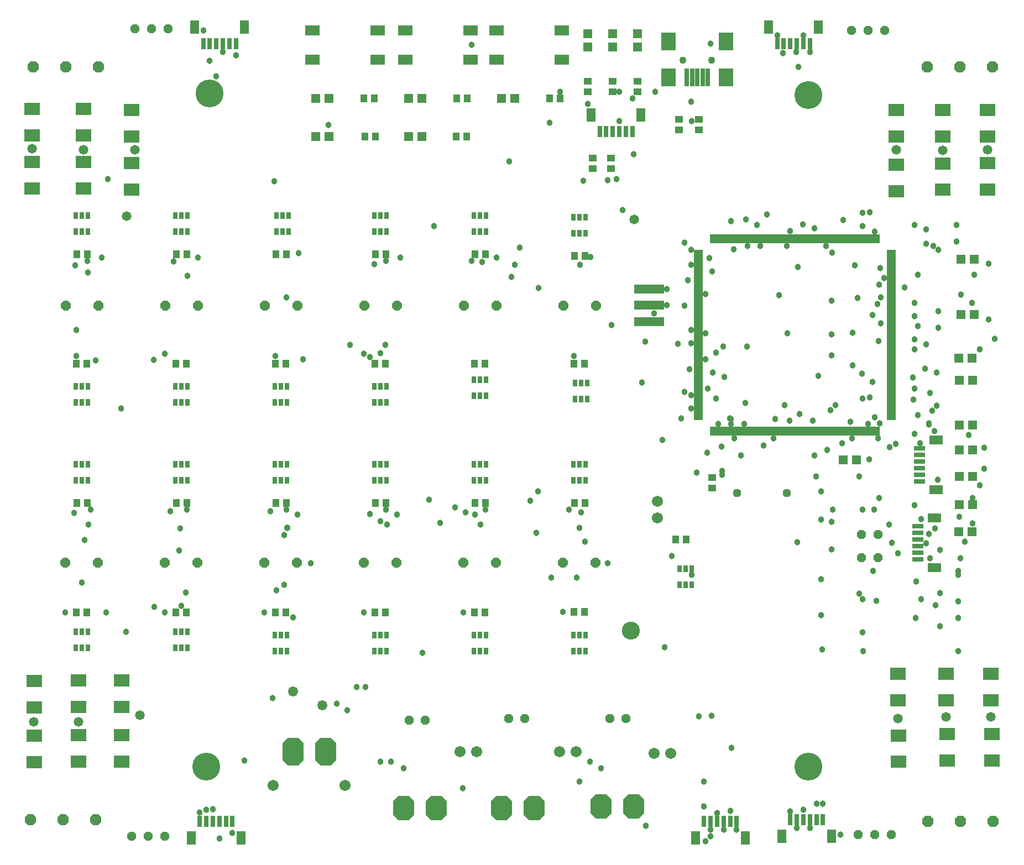
<source format=gts>
G04 Layer_Color=8388736*
%FSAX25Y25*%
%MOIN*%
G70*
G01*
G75*
%ADD53R,0.07887X0.05524*%
%ADD54R,0.07099X0.03162*%
%ADD55R,0.05524X0.07887*%
%ADD56R,0.03162X0.07099*%
%ADD57R,0.05800X0.05300*%
%ADD58R,0.04600X0.03900*%
%ADD59R,0.03900X0.04600*%
%ADD60R,0.09304X0.07808*%
%ADD61R,0.09068X0.06312*%
%ADD62R,0.18123X0.05524*%
%ADD63R,0.05300X0.05800*%
%ADD64R,0.08674X0.10642*%
%ADD65R,0.02769X0.10642*%
%ADD66R,0.02965X0.03950*%
%ADD67R,0.01981X0.05524*%
%ADD68R,0.05524X0.01981*%
%ADD69P,0.06065X8X202.5*%
%ADD70C,0.06706*%
%ADD71P,0.05737X8X202.5*%
%ADD72P,0.06278X8X177.5*%
G04:AMPARAMS|DCode=73|XSize=126.11mil|YSize=165.48mil|CornerRadius=0mil|HoleSize=0mil|Usage=FLASHONLY|Rotation=180.000|XOffset=0mil|YOffset=0mil|HoleType=Round|Shape=Octagon|*
%AMOCTAGOND73*
4,1,8,0.03153,-0.08274,-0.03153,-0.08274,-0.06306,-0.05121,-0.06306,0.05121,-0.03153,0.08274,0.03153,0.08274,0.06306,0.05121,0.06306,-0.05121,0.03153,-0.08274,0.0*
%
%ADD73OCTAGOND73*%

%ADD74P,0.05127X8X202.5*%
%ADD75C,0.04343*%
%ADD76P,0.06278X8X22.5*%
%ADD77P,0.07258X8X22.5*%
G04:AMPARAMS|DCode=78|XSize=126.11mil|YSize=145.79mil|CornerRadius=0mil|HoleSize=0mil|Usage=FLASHONLY|Rotation=0.000|XOffset=0mil|YOffset=0mil|HoleType=Round|Shape=Octagon|*
%AMOCTAGOND78*
4,1,8,-0.03153,0.07290,0.03153,0.07290,0.06306,0.04137,0.06306,-0.04137,0.03153,-0.07290,-0.03153,-0.07290,-0.06306,-0.04137,-0.06306,0.04137,-0.03153,0.07290,0.0*
%
%ADD78OCTAGOND78*%

%ADD79C,0.03800*%
%ADD80C,0.05800*%
%ADD81C,0.10800*%
%ADD82C,0.16800*%
D53*
X0656000Y0315000D02*
D03*
Y0344921D02*
D03*
X0655000Y0268000D02*
D03*
Y0297921D02*
D03*
D54*
X0645961Y0339803D02*
D03*
Y0335866D02*
D03*
Y0331929D02*
D03*
Y0327992D02*
D03*
Y0324055D02*
D03*
Y0320118D02*
D03*
X0644961Y0292803D02*
D03*
Y0288866D02*
D03*
Y0284929D02*
D03*
Y0280992D02*
D03*
Y0277055D02*
D03*
Y0273118D02*
D03*
D55*
X0478000Y0541000D02*
D03*
X0448079D02*
D03*
X0239000Y0594000D02*
D03*
X0209079D02*
D03*
X0555079D02*
D03*
X0585000D02*
D03*
X0207000Y0105000D02*
D03*
X0236921D02*
D03*
X0592921Y0106000D02*
D03*
X0563000D02*
D03*
X0511000Y0105000D02*
D03*
X0540921D02*
D03*
D56*
X0453197Y0530961D02*
D03*
X0457134D02*
D03*
X0461071D02*
D03*
X0465008D02*
D03*
X0468945D02*
D03*
X0472882D02*
D03*
X0214197Y0583961D02*
D03*
X0218134D02*
D03*
X0222071D02*
D03*
X0226008D02*
D03*
X0229945D02*
D03*
X0233882D02*
D03*
X0579882D02*
D03*
X0575945D02*
D03*
X0572008D02*
D03*
X0568071D02*
D03*
X0564134D02*
D03*
X0560197D02*
D03*
X0231803Y0115039D02*
D03*
X0227866D02*
D03*
X0223929D02*
D03*
X0219992D02*
D03*
X0216055D02*
D03*
X0212118D02*
D03*
X0568118Y0116039D02*
D03*
X0572055D02*
D03*
X0575992D02*
D03*
X0579929D02*
D03*
X0583866D02*
D03*
X0587803D02*
D03*
X0535803Y0115039D02*
D03*
X0531866D02*
D03*
X0527929D02*
D03*
X0523992D02*
D03*
X0520055D02*
D03*
X0516118D02*
D03*
D57*
X0346000Y0528000D02*
D03*
X0338000D02*
D03*
X0290000D02*
D03*
X0282000D02*
D03*
X0670858Y0420722D02*
D03*
X0678858D02*
D03*
X0394000Y0551000D02*
D03*
X0402000D02*
D03*
X0338000D02*
D03*
X0346000D02*
D03*
X0600000Y0333000D02*
D03*
X0608000D02*
D03*
X0282000Y0551000D02*
D03*
X0290000D02*
D03*
X0669795Y0289635D02*
D03*
X0677795D02*
D03*
X0670000Y0306000D02*
D03*
X0678000D02*
D03*
X0670000Y0323000D02*
D03*
X0678000D02*
D03*
X0670000Y0339000D02*
D03*
X0678000D02*
D03*
X0670000Y0354000D02*
D03*
X0678000D02*
D03*
X0670000Y0381000D02*
D03*
X0678000D02*
D03*
X0669795Y0394351D02*
D03*
X0677795D02*
D03*
X0671000Y0454000D02*
D03*
X0679000D02*
D03*
D58*
X0460000Y0508700D02*
D03*
Y0515000D02*
D03*
X0449000Y0508700D02*
D03*
Y0515000D02*
D03*
X0476000Y0555000D02*
D03*
Y0561300D02*
D03*
X0461000Y0555000D02*
D03*
Y0561300D02*
D03*
X0446000Y0555000D02*
D03*
Y0561300D02*
D03*
X0501000Y0532000D02*
D03*
Y0538300D02*
D03*
X0513000Y0532000D02*
D03*
Y0538300D02*
D03*
X0521000Y0316000D02*
D03*
Y0322300D02*
D03*
D59*
X0366700Y0528000D02*
D03*
X0373000D02*
D03*
X0311700D02*
D03*
X0318000D02*
D03*
X0499000Y0285000D02*
D03*
X0505300D02*
D03*
X0258000Y0307000D02*
D03*
X0264300D02*
D03*
X0324000Y0391000D02*
D03*
X0317700D02*
D03*
X0384000D02*
D03*
X0377700D02*
D03*
X0444000D02*
D03*
X0437700D02*
D03*
X0318000Y0457000D02*
D03*
X0324300D02*
D03*
X0378000D02*
D03*
X0384300D02*
D03*
X0438000Y0456000D02*
D03*
X0444300D02*
D03*
X0138000Y0457000D02*
D03*
X0144300D02*
D03*
X0204000Y0391000D02*
D03*
X0197700D02*
D03*
X0264000D02*
D03*
X0257700D02*
D03*
X0144000D02*
D03*
X0137700D02*
D03*
X0198000Y0457000D02*
D03*
X0204300D02*
D03*
X0258000D02*
D03*
X0264300D02*
D03*
X0423000Y0551000D02*
D03*
X0429300D02*
D03*
X0367000D02*
D03*
X0373300D02*
D03*
X0324000Y0241000D02*
D03*
X0317700D02*
D03*
X0384000D02*
D03*
X0377700D02*
D03*
X0444000Y0241228D02*
D03*
X0437700D02*
D03*
X0311000Y0551000D02*
D03*
X0317300D02*
D03*
X0318000Y0307000D02*
D03*
X0324300D02*
D03*
X0378000D02*
D03*
X0384300D02*
D03*
X0438000D02*
D03*
X0444300D02*
D03*
X0144000Y0241000D02*
D03*
X0137700D02*
D03*
X0204000D02*
D03*
X0197700D02*
D03*
X0264000D02*
D03*
X0257700D02*
D03*
X0138000Y0307000D02*
D03*
X0144300D02*
D03*
X0198000D02*
D03*
X0204300D02*
D03*
D60*
X0112213Y0166602D02*
D03*
Y0150657D02*
D03*
Y0199602D02*
D03*
Y0183657D02*
D03*
X0142000Y0544500D02*
D03*
Y0528555D02*
D03*
X0111000Y0544500D02*
D03*
Y0528555D02*
D03*
Y0512500D02*
D03*
Y0496555D02*
D03*
X0142000Y0512500D02*
D03*
Y0496555D02*
D03*
X0171000Y0511945D02*
D03*
Y0496000D02*
D03*
Y0543945D02*
D03*
Y0528000D02*
D03*
X0659819Y0543949D02*
D03*
Y0528004D02*
D03*
X0632000Y0544000D02*
D03*
Y0528055D02*
D03*
Y0511000D02*
D03*
Y0495055D02*
D03*
X0660000Y0511768D02*
D03*
Y0495823D02*
D03*
X0687000Y0512000D02*
D03*
Y0496055D02*
D03*
Y0544000D02*
D03*
Y0528055D02*
D03*
X0688981Y0187886D02*
D03*
Y0203831D02*
D03*
X0661981Y0187886D02*
D03*
Y0203831D02*
D03*
X0633000Y0188000D02*
D03*
Y0203945D02*
D03*
X0689611Y0151615D02*
D03*
Y0167559D02*
D03*
X0662709Y0151536D02*
D03*
Y0167481D02*
D03*
X0633362Y0150807D02*
D03*
Y0166752D02*
D03*
X0139000Y0166945D02*
D03*
Y0151000D02*
D03*
Y0199945D02*
D03*
Y0184000D02*
D03*
X0165000Y0199945D02*
D03*
Y0184000D02*
D03*
Y0166945D02*
D03*
Y0151000D02*
D03*
D61*
X0430370Y0574283D02*
D03*
X0391000D02*
D03*
X0430370Y0592000D02*
D03*
X0391000D02*
D03*
X0336000D02*
D03*
X0375370D02*
D03*
X0336000Y0574283D02*
D03*
X0375370D02*
D03*
X0319370D02*
D03*
X0280000D02*
D03*
X0319370Y0592000D02*
D03*
X0280000D02*
D03*
D62*
X0483000Y0436000D02*
D03*
Y0426157D02*
D03*
Y0416315D02*
D03*
D63*
X0476000Y0590000D02*
D03*
Y0582000D02*
D03*
X0461000Y0590000D02*
D03*
Y0582000D02*
D03*
X0446000Y0590000D02*
D03*
Y0582000D02*
D03*
D64*
X0529323Y0585398D02*
D03*
X0494677D02*
D03*
X0529323Y0563744D02*
D03*
X0494677D02*
D03*
D65*
X0518299D02*
D03*
X0505701D02*
D03*
X0512000D02*
D03*
X0515150D02*
D03*
X0508850D02*
D03*
D66*
X0377260Y0320772D02*
D03*
Y0330220D02*
D03*
X0384740Y0320772D02*
D03*
Y0330220D02*
D03*
X0381000Y0320772D02*
D03*
Y0330220D02*
D03*
X0137260Y0470772D02*
D03*
Y0480220D02*
D03*
X0144740Y0470772D02*
D03*
Y0480220D02*
D03*
X0141000Y0470772D02*
D03*
Y0480220D02*
D03*
X0438260Y0369772D02*
D03*
Y0379220D02*
D03*
X0445740Y0369772D02*
D03*
Y0379220D02*
D03*
X0442000Y0369772D02*
D03*
Y0379220D02*
D03*
X0317260Y0320772D02*
D03*
Y0330220D02*
D03*
X0324740Y0320772D02*
D03*
Y0330220D02*
D03*
X0321000Y0320772D02*
D03*
Y0330220D02*
D03*
X0258260Y0470772D02*
D03*
Y0480220D02*
D03*
X0265740Y0470772D02*
D03*
Y0480220D02*
D03*
X0262000Y0470772D02*
D03*
Y0480220D02*
D03*
X0377260Y0371772D02*
D03*
Y0381220D02*
D03*
X0384740Y0371772D02*
D03*
Y0381220D02*
D03*
X0381000Y0371772D02*
D03*
Y0381220D02*
D03*
X0257260Y0217772D02*
D03*
Y0227220D02*
D03*
X0264740Y0217772D02*
D03*
Y0227220D02*
D03*
X0261000Y0217772D02*
D03*
Y0227220D02*
D03*
X0197260Y0470772D02*
D03*
Y0480220D02*
D03*
X0204740Y0470772D02*
D03*
Y0480220D02*
D03*
X0201000Y0470772D02*
D03*
Y0480220D02*
D03*
X0317260Y0367772D02*
D03*
Y0377220D02*
D03*
X0324740Y0367772D02*
D03*
Y0377220D02*
D03*
X0321000Y0367772D02*
D03*
Y0377220D02*
D03*
X0197260Y0219772D02*
D03*
Y0229220D02*
D03*
X0204740Y0219772D02*
D03*
Y0229220D02*
D03*
X0201000Y0219772D02*
D03*
Y0229220D02*
D03*
X0137260Y0367772D02*
D03*
Y0377220D02*
D03*
X0144740Y0367772D02*
D03*
Y0377220D02*
D03*
X0141000Y0367772D02*
D03*
Y0377220D02*
D03*
X0437260Y0469772D02*
D03*
Y0479220D02*
D03*
X0444740Y0469772D02*
D03*
Y0479220D02*
D03*
X0441000Y0469772D02*
D03*
Y0479220D02*
D03*
X0137260Y0219772D02*
D03*
Y0229220D02*
D03*
X0144740Y0219772D02*
D03*
Y0229220D02*
D03*
X0141000Y0219772D02*
D03*
Y0229220D02*
D03*
X0437260Y0217772D02*
D03*
Y0227220D02*
D03*
X0444740Y0217772D02*
D03*
Y0227220D02*
D03*
X0441000Y0217772D02*
D03*
Y0227220D02*
D03*
X0377260Y0470772D02*
D03*
Y0480220D02*
D03*
X0384740Y0470772D02*
D03*
Y0480220D02*
D03*
X0381000Y0470772D02*
D03*
Y0480220D02*
D03*
X0257260Y0320772D02*
D03*
Y0330220D02*
D03*
X0264740Y0320772D02*
D03*
Y0330220D02*
D03*
X0261000Y0320772D02*
D03*
Y0330220D02*
D03*
X0317260Y0470772D02*
D03*
Y0480220D02*
D03*
X0324740Y0470772D02*
D03*
Y0480220D02*
D03*
X0321000Y0470772D02*
D03*
Y0480220D02*
D03*
X0197260Y0320772D02*
D03*
Y0330220D02*
D03*
X0204740Y0320772D02*
D03*
Y0330220D02*
D03*
X0201000Y0320772D02*
D03*
Y0330220D02*
D03*
X0317260Y0217772D02*
D03*
Y0227220D02*
D03*
X0324740Y0217772D02*
D03*
Y0227220D02*
D03*
X0321000Y0217772D02*
D03*
Y0227220D02*
D03*
X0257260Y0367772D02*
D03*
Y0377220D02*
D03*
X0264740Y0367772D02*
D03*
Y0377220D02*
D03*
X0261000Y0367772D02*
D03*
Y0377220D02*
D03*
X0137260Y0320772D02*
D03*
Y0330220D02*
D03*
X0144740Y0320772D02*
D03*
Y0330220D02*
D03*
X0141000Y0320772D02*
D03*
Y0330220D02*
D03*
X0437260Y0320772D02*
D03*
Y0330220D02*
D03*
X0444740Y0320772D02*
D03*
Y0330220D02*
D03*
X0441000Y0320772D02*
D03*
Y0330220D02*
D03*
X0197260Y0367772D02*
D03*
Y0377220D02*
D03*
X0204740Y0367772D02*
D03*
Y0377220D02*
D03*
X0201000Y0367772D02*
D03*
Y0377220D02*
D03*
X0501260Y0257772D02*
D03*
Y0267220D02*
D03*
X0508740Y0257772D02*
D03*
Y0267220D02*
D03*
X0505000Y0257772D02*
D03*
Y0267220D02*
D03*
X0377260Y0217772D02*
D03*
Y0227220D02*
D03*
X0384740Y0217772D02*
D03*
Y0227220D02*
D03*
X0381000Y0217772D02*
D03*
Y0227220D02*
D03*
D67*
X0520591Y0466362D02*
D03*
X0522559D02*
D03*
X0524528D02*
D03*
X0526496D02*
D03*
X0528465D02*
D03*
X0530433D02*
D03*
X0532402D02*
D03*
X0534370D02*
D03*
X0536339D02*
D03*
X0538307D02*
D03*
X0540276D02*
D03*
X0542244D02*
D03*
X0544213D02*
D03*
X0546181D02*
D03*
X0548150D02*
D03*
X0550118D02*
D03*
X0552087D02*
D03*
X0554055D02*
D03*
X0556024D02*
D03*
X0557992D02*
D03*
X0559961D02*
D03*
X0561929D02*
D03*
X0563898D02*
D03*
X0565866D02*
D03*
X0567835D02*
D03*
X0569803D02*
D03*
X0571772D02*
D03*
X0573740D02*
D03*
X0575709D02*
D03*
X0577677D02*
D03*
X0579646D02*
D03*
X0581614D02*
D03*
X0583583D02*
D03*
X0585551D02*
D03*
X0587520D02*
D03*
X0589488D02*
D03*
X0591457D02*
D03*
X0593425D02*
D03*
X0595394D02*
D03*
X0597362D02*
D03*
X0599331D02*
D03*
X0601299D02*
D03*
X0603268D02*
D03*
X0605236D02*
D03*
X0607205D02*
D03*
X0609173D02*
D03*
X0611142D02*
D03*
X0613110D02*
D03*
X0615079D02*
D03*
X0617047D02*
D03*
X0619016D02*
D03*
X0620984D02*
D03*
Y0350220D02*
D03*
X0619016D02*
D03*
X0617047D02*
D03*
X0615079D02*
D03*
X0613110D02*
D03*
X0611142D02*
D03*
X0609173D02*
D03*
X0607205D02*
D03*
X0605236D02*
D03*
X0603268D02*
D03*
X0601299D02*
D03*
X0599331D02*
D03*
X0597362D02*
D03*
X0595394D02*
D03*
X0593425D02*
D03*
X0591457D02*
D03*
X0589488D02*
D03*
X0587520D02*
D03*
X0585551D02*
D03*
X0583583D02*
D03*
X0581614D02*
D03*
X0579646D02*
D03*
X0577677D02*
D03*
X0575709D02*
D03*
X0573740D02*
D03*
X0571772D02*
D03*
X0569803D02*
D03*
X0567835D02*
D03*
X0565866D02*
D03*
X0563898D02*
D03*
X0561929D02*
D03*
X0559961D02*
D03*
X0557992D02*
D03*
X0556024D02*
D03*
X0554055D02*
D03*
X0552087D02*
D03*
X0550118D02*
D03*
X0548150D02*
D03*
X0546181D02*
D03*
X0544213D02*
D03*
X0542244D02*
D03*
X0540276D02*
D03*
X0538307D02*
D03*
X0536339D02*
D03*
X0534370D02*
D03*
X0532402D02*
D03*
X0530433D02*
D03*
X0528465D02*
D03*
X0526496D02*
D03*
X0524528D02*
D03*
X0522559D02*
D03*
X0520591D02*
D03*
D68*
X0628858Y0458488D02*
D03*
Y0456520D02*
D03*
Y0454551D02*
D03*
Y0452583D02*
D03*
Y0450614D02*
D03*
Y0448646D02*
D03*
Y0446677D02*
D03*
Y0444709D02*
D03*
Y0442740D02*
D03*
Y0440772D02*
D03*
Y0438803D02*
D03*
Y0436835D02*
D03*
Y0434866D02*
D03*
Y0432898D02*
D03*
Y0430929D02*
D03*
Y0428961D02*
D03*
Y0426992D02*
D03*
Y0425024D02*
D03*
Y0423055D02*
D03*
Y0421087D02*
D03*
Y0419118D02*
D03*
Y0417150D02*
D03*
Y0415181D02*
D03*
Y0413213D02*
D03*
Y0411244D02*
D03*
Y0409276D02*
D03*
Y0407307D02*
D03*
Y0405339D02*
D03*
Y0403370D02*
D03*
Y0401402D02*
D03*
Y0399433D02*
D03*
Y0397465D02*
D03*
Y0395496D02*
D03*
Y0393528D02*
D03*
Y0391559D02*
D03*
Y0389591D02*
D03*
Y0387622D02*
D03*
Y0385654D02*
D03*
Y0383685D02*
D03*
Y0381717D02*
D03*
Y0379748D02*
D03*
Y0377780D02*
D03*
Y0375811D02*
D03*
Y0373843D02*
D03*
Y0371874D02*
D03*
Y0369906D02*
D03*
Y0367937D02*
D03*
Y0365969D02*
D03*
Y0364000D02*
D03*
Y0362032D02*
D03*
Y0360063D02*
D03*
Y0358094D02*
D03*
X0512717D02*
D03*
Y0360063D02*
D03*
Y0362032D02*
D03*
Y0364000D02*
D03*
Y0365969D02*
D03*
Y0367937D02*
D03*
Y0369906D02*
D03*
Y0371874D02*
D03*
Y0373843D02*
D03*
Y0375811D02*
D03*
Y0377780D02*
D03*
Y0379748D02*
D03*
Y0381717D02*
D03*
Y0383685D02*
D03*
Y0385654D02*
D03*
Y0387622D02*
D03*
Y0389591D02*
D03*
Y0391559D02*
D03*
Y0393528D02*
D03*
Y0395496D02*
D03*
Y0397465D02*
D03*
Y0399433D02*
D03*
Y0401402D02*
D03*
Y0403370D02*
D03*
Y0405339D02*
D03*
Y0407307D02*
D03*
Y0409276D02*
D03*
Y0411244D02*
D03*
Y0413213D02*
D03*
Y0415181D02*
D03*
Y0417150D02*
D03*
Y0419118D02*
D03*
Y0421087D02*
D03*
Y0423055D02*
D03*
Y0425024D02*
D03*
Y0426992D02*
D03*
Y0428961D02*
D03*
Y0430929D02*
D03*
Y0432898D02*
D03*
Y0434866D02*
D03*
Y0436835D02*
D03*
Y0438803D02*
D03*
Y0440772D02*
D03*
Y0442740D02*
D03*
Y0444709D02*
D03*
Y0446677D02*
D03*
Y0448646D02*
D03*
Y0450614D02*
D03*
Y0452583D02*
D03*
Y0454551D02*
D03*
Y0456520D02*
D03*
Y0458488D02*
D03*
D69*
X0621000Y0288000D02*
D03*
X0611000D02*
D03*
X0621000Y0274000D02*
D03*
X0611000D02*
D03*
X0193000Y0593000D02*
D03*
X0183000D02*
D03*
X0173000D02*
D03*
X0605000Y0592000D02*
D03*
X0615000D02*
D03*
X0625000D02*
D03*
X0191000Y0106000D02*
D03*
X0181000D02*
D03*
X0171000D02*
D03*
X0609000Y0107000D02*
D03*
X0619000D02*
D03*
X0629000D02*
D03*
D70*
X0488000Y0308000D02*
D03*
Y0298000D02*
D03*
X0379000Y0157000D02*
D03*
X0369000D02*
D03*
X0439000D02*
D03*
X0429000D02*
D03*
X0496000Y0156000D02*
D03*
X0486000D02*
D03*
X0299654Y0136528D02*
D03*
X0256346D02*
D03*
D71*
X0338157Y0176000D02*
D03*
X0348000D02*
D03*
X0408000Y0177000D02*
D03*
X0398157D02*
D03*
X0459157D02*
D03*
X0469000D02*
D03*
D72*
X0286000Y0185000D02*
D03*
X0268159Y0193319D02*
D03*
D73*
X0268157Y0157000D02*
D03*
X0287843D02*
D03*
D74*
X0536000Y0313000D02*
D03*
X0565921D02*
D03*
D75*
X0520661Y0573980D02*
D03*
X0503339D02*
D03*
D76*
X0330685Y0271000D02*
D03*
X0311000D02*
D03*
X0390685D02*
D03*
X0371000D02*
D03*
X0450685D02*
D03*
X0431000D02*
D03*
X0311315Y0426000D02*
D03*
X0331000D02*
D03*
X0371315D02*
D03*
X0391000D02*
D03*
X0431315D02*
D03*
X0451000D02*
D03*
X0150685Y0271000D02*
D03*
X0131000D02*
D03*
X0210685D02*
D03*
X0191000D02*
D03*
X0270685D02*
D03*
X0251000D02*
D03*
X0131315Y0426000D02*
D03*
X0151000D02*
D03*
X0191315D02*
D03*
X0211000D02*
D03*
X0251315D02*
D03*
X0271000D02*
D03*
D77*
X0651000Y0115000D02*
D03*
X0670685D02*
D03*
X0690370D02*
D03*
X0110000Y0116000D02*
D03*
X0129685D02*
D03*
X0149370D02*
D03*
X0111630Y0570000D02*
D03*
X0131315D02*
D03*
X0151000D02*
D03*
X0650630D02*
D03*
X0670315D02*
D03*
X0690000D02*
D03*
D78*
X0354685Y0123000D02*
D03*
X0335000D02*
D03*
X0413685D02*
D03*
X0394000D02*
D03*
X0473685Y0124000D02*
D03*
X0454000D02*
D03*
D79*
X0239000Y0151600D02*
D03*
X0156600Y0502400D02*
D03*
X0631800Y0342567D02*
D03*
X0263000Y0287700D02*
D03*
X0300900Y0181900D02*
D03*
X0294600Y0186000D02*
D03*
X0268300Y0237800D02*
D03*
X0621700Y0309800D02*
D03*
X0460200Y0414200D02*
D03*
X0402106Y0450700D02*
D03*
X0204735Y0443900D02*
D03*
X0144735Y0445900D02*
D03*
X0149400Y0392800D02*
D03*
X0145100Y0294000D02*
D03*
X0200200Y0291700D02*
D03*
X0441400Y0450700D02*
D03*
X0442000Y0301300D02*
D03*
X0265000Y0292000D02*
D03*
X0321000Y0295900D02*
D03*
X0654300Y0462100D02*
D03*
X0657300Y0422600D02*
D03*
X0617596Y0420200D02*
D03*
X0682200Y0317567D02*
D03*
X0652300Y0373200D02*
D03*
X0611200Y0385000D02*
D03*
X0656300Y0365600D02*
D03*
X0655000Y0350400D02*
D03*
X0615100Y0354600D02*
D03*
X0645000Y0359900D02*
D03*
X0657167Y0412567D02*
D03*
X0691300Y0405900D02*
D03*
X0655300Y0291600D02*
D03*
X0595400Y0366000D02*
D03*
X0650100Y0282500D02*
D03*
X0590399Y0339100D02*
D03*
X0593000Y0408600D02*
D03*
X0642900Y0405600D02*
D03*
X0620000Y0247900D02*
D03*
X0643800Y0237567D02*
D03*
X0593000Y0428900D02*
D03*
X0642900Y0419500D02*
D03*
X0554100Y0480900D02*
D03*
X0446000Y0547600D02*
D03*
X0548100Y0474700D02*
D03*
X0486500Y0555000D02*
D03*
X0493700Y0436000D02*
D03*
X0523200Y0397500D02*
D03*
X0264300Y0431100D02*
D03*
X0191000Y0396900D02*
D03*
X0137700Y0395700D02*
D03*
X0204300Y0303100D02*
D03*
X0447700Y0455300D02*
D03*
X0391000Y0455100D02*
D03*
X0333000D02*
D03*
X0621000Y0345900D02*
D03*
X0214200Y0592100D02*
D03*
X0628000Y0340700D02*
D03*
X0218134Y0573700D02*
D03*
X0507400Y0387622D02*
D03*
X0222071Y0564329D02*
D03*
X0528200Y0382800D02*
D03*
X0226000Y0578800D02*
D03*
X0533907Y0460000D02*
D03*
X0231803Y0108100D02*
D03*
X0481000Y0112200D02*
D03*
X0572500Y0449437D02*
D03*
X0575700Y0474900D02*
D03*
X0582700Y0472700D02*
D03*
X0516900Y0103100D02*
D03*
X0223929Y0104600D02*
D03*
X0220000Y0122200D02*
D03*
X0532700Y0159300D02*
D03*
X0589488Y0462000D02*
D03*
X0500200Y0402800D02*
D03*
X0274400Y0393500D02*
D03*
X0478600Y0379600D02*
D03*
X0566200Y0409400D02*
D03*
X0289500Y0534900D02*
D03*
X0184200Y0393300D02*
D03*
X0605800Y0390000D02*
D03*
X0258200Y0254300D02*
D03*
X0609700Y0252400D02*
D03*
X0611700Y0248800D02*
D03*
X0199500Y0278400D02*
D03*
X0586700Y0239200D02*
D03*
X0141000Y0259100D02*
D03*
X0611700Y0228800D02*
D03*
X0142806Y0284500D02*
D03*
X0611700Y0481900D02*
D03*
X0400100Y0443200D02*
D03*
X0416200Y0436500D02*
D03*
X0480800Y0404200D02*
D03*
X0321000Y0397300D02*
D03*
X0593600Y0302900D02*
D03*
X0415000Y0289000D02*
D03*
X0346400Y0216500D02*
D03*
X0312000Y0196100D02*
D03*
X0350300Y0309000D02*
D03*
X0586700Y0296900D02*
D03*
X0508412Y0459483D02*
D03*
X0563600Y0578300D02*
D03*
X0571500Y0578800D02*
D03*
X0508400Y0450600D02*
D03*
X0587803Y0125797D02*
D03*
X0608600Y0430500D02*
D03*
X0611500Y0473800D02*
D03*
X0579929Y0110900D02*
D03*
X0617500Y0379800D02*
D03*
X0508430Y0403430D02*
D03*
X0508400Y0364000D02*
D03*
X0511700Y0325200D02*
D03*
X0535800Y0110000D02*
D03*
X0531866Y0121334D02*
D03*
X0542100Y0401400D02*
D03*
X0642900Y0348567D02*
D03*
Y0305567D02*
D03*
X0647000Y0297300D02*
D03*
Y0249100D02*
D03*
X0376000Y0452824D02*
D03*
X0314800Y0394800D02*
D03*
X0196300Y0452700D02*
D03*
X0643882Y0259567D02*
D03*
X0587400Y0218700D02*
D03*
X0378000Y0299954D02*
D03*
X0434600Y0303000D02*
D03*
X0194460Y0302000D02*
D03*
X0254500D02*
D03*
X0306500Y0196100D02*
D03*
X0255900Y0189200D02*
D03*
X0520055Y0106000D02*
D03*
X0572100Y0110900D02*
D03*
X0575900Y0589100D02*
D03*
X0519904Y0584000D02*
D03*
X0532400Y0476800D02*
D03*
X0567835Y0470882D02*
D03*
X0502197Y0358063D02*
D03*
X0473800Y0517300D02*
D03*
X0521237Y0385717D02*
D03*
X0508354Y0411244D02*
D03*
X0669300Y0265900D02*
D03*
X0678000Y0294667D02*
D03*
X0616100Y0482200D02*
D03*
X0622500Y0415200D02*
D03*
X0646300Y0342800D02*
D03*
X0675800Y0347800D02*
D03*
X0429300Y0554900D02*
D03*
X0472882Y0550918D02*
D03*
X0650100Y0471800D02*
D03*
X0521100Y0446600D02*
D03*
X0517076Y0409276D02*
D03*
X0504200Y0426000D02*
D03*
X0619000Y0358600D02*
D03*
X0599299Y0343000D02*
D03*
X0658300Y0252567D02*
D03*
X0531807Y0358094D02*
D03*
X0532402Y0357500D02*
D03*
X0567700Y0356700D02*
D03*
X0581646Y0356583D02*
D03*
X0645100Y0413700D02*
D03*
X0465008Y0537200D02*
D03*
X0463200Y0502200D02*
D03*
X0650100Y0402700D02*
D03*
X0518000Y0337141D02*
D03*
X0513000Y0178300D02*
D03*
X0524500Y0354600D02*
D03*
X0526496Y0341096D02*
D03*
X0520700Y0178700D02*
D03*
X0541200Y0477900D02*
D03*
X0621600Y0438600D02*
D03*
X0620562Y0427000D02*
D03*
X0457900Y0501600D02*
D03*
X0621200Y0404600D02*
D03*
X0398800Y0513000D02*
D03*
X0593000Y0395900D02*
D03*
X0605800Y0409500D02*
D03*
X0687600Y0451300D02*
D03*
X0561200Y0432400D02*
D03*
X0519200Y0454600D02*
D03*
X0670677Y0273567D02*
D03*
X0642400Y0369200D02*
D03*
X0504200Y0373800D02*
D03*
X0508400Y0372000D02*
D03*
X0642900Y0375900D02*
D03*
X0673267Y0283600D02*
D03*
X0657400Y0459567D02*
D03*
X0605200Y0345900D02*
D03*
X0649400Y0387800D02*
D03*
X0668300Y0464600D02*
D03*
X0649900Y0463200D02*
D03*
X0622500Y0430900D02*
D03*
X0685100Y0340400D02*
D03*
X0669300Y0237567D02*
D03*
X0466900Y0483600D02*
D03*
X0565900Y0462000D02*
D03*
X0593425Y0457842D02*
D03*
X0619016Y0470724D02*
D03*
X0137014Y0450200D02*
D03*
X0458000Y0270685D02*
D03*
X0302700Y0402400D02*
D03*
X0324000D02*
D03*
X0541039Y0367400D02*
D03*
X0685100Y0327567D02*
D03*
X0506200Y0441400D02*
D03*
X0508182Y0549082D02*
D03*
X0600100Y0477700D02*
D03*
X0669300Y0217500D02*
D03*
X0493662Y0426157D02*
D03*
X0517079Y0432898D02*
D03*
X0353300Y0473900D02*
D03*
X0486100Y0421300D02*
D03*
X0271800Y0457700D02*
D03*
X0257700Y0395600D02*
D03*
X0687600Y0417567D02*
D03*
X0653500Y0362700D02*
D03*
X0609800Y0322900D02*
D03*
X0411200Y0308300D02*
D03*
X0257000Y0501000D02*
D03*
X0585000Y0383600D02*
D03*
X0658300Y0278600D02*
D03*
X0572200Y0283200D02*
D03*
X0518243Y0375843D02*
D03*
X0211000Y0455100D02*
D03*
X0604400Y0356000D02*
D03*
X0598300Y0107000D02*
D03*
X0527900Y0109800D02*
D03*
X0526900Y0323800D02*
D03*
X0532400Y0357600D02*
D03*
Y0354600D02*
D03*
X0526900Y0326300D02*
D03*
X0641882Y0382567D02*
D03*
X0642882Y0399567D02*
D03*
X0656900Y0321000D02*
D03*
X0423000Y0536300D02*
D03*
X0517100Y0393500D02*
D03*
X0527700Y0401402D02*
D03*
X0618800Y0302900D02*
D03*
X0627800Y0293900D02*
D03*
X0651500Y0288167D02*
D03*
X0593000Y0295600D02*
D03*
X0652400Y0273700D02*
D03*
X0618000Y0265900D02*
D03*
X0616000Y0370500D02*
D03*
X0629300Y0283000D02*
D03*
X0582500Y0335500D02*
D03*
X0538300D02*
D03*
X0651500Y0354900D02*
D03*
X0622100D02*
D03*
X0615600Y0333200D02*
D03*
X0624500Y0442700D02*
D03*
X0679000Y0444567D02*
D03*
X0668300Y0474600D02*
D03*
X0592394Y0363094D02*
D03*
X0573071Y0570000D02*
D03*
X0508800Y0537300D02*
D03*
X0637100Y0436835D02*
D03*
X0441000Y0139000D02*
D03*
X0611700Y0302900D02*
D03*
X0356900Y0294900D02*
D03*
X0381446Y0293900D02*
D03*
X0325000D02*
D03*
X0611867Y0217567D02*
D03*
X0573700Y0360700D02*
D03*
X0642900Y0427567D02*
D03*
X0644900Y0444600D02*
D03*
X0642900Y0474567D02*
D03*
X0324300Y0453100D02*
D03*
X0311000Y0396900D02*
D03*
X0382300Y0452400D02*
D03*
X0437700Y0395600D02*
D03*
X0366000Y0304200D02*
D03*
X0586700Y0313900D02*
D03*
X0632900Y0276600D02*
D03*
X0593000Y0278800D02*
D03*
X0651500Y0354400D02*
D03*
X0611700Y0369900D02*
D03*
X0137700Y0411461D02*
D03*
X0656300Y0385567D02*
D03*
X0153000Y0455100D02*
D03*
X0144300Y0453100D02*
D03*
X0264700Y0292000D02*
D03*
X0184600Y0244400D02*
D03*
X0203700Y0253000D02*
D03*
X0439300Y0262100D02*
D03*
X0424000D02*
D03*
X0167500Y0229300D02*
D03*
X0155800Y0241000D02*
D03*
X0622400Y0448700D02*
D03*
X0579882Y0578800D02*
D03*
X0443400Y0501200D02*
D03*
X0523200Y0370000D02*
D03*
X0583866Y0125493D02*
D03*
X0607000Y0450400D02*
D03*
X0524117Y0120083D02*
D03*
X0552100Y0341700D02*
D03*
X0658300Y0232600D02*
D03*
X0678000Y0310100D02*
D03*
X0655500Y0245400D02*
D03*
X0508740Y0263646D02*
D03*
X0520055Y0109900D02*
D03*
X0564800Y0365900D02*
D03*
X0164600Y0364000D02*
D03*
X0516118Y0139000D02*
D03*
X0568118Y0121100D02*
D03*
X0464900Y0555000D02*
D03*
X0550100Y0462000D02*
D03*
X0233882Y0577000D02*
D03*
X0542200Y0462000D02*
D03*
X0376100Y0583200D02*
D03*
X0216055Y0122100D02*
D03*
X0583700Y0323000D02*
D03*
X0416000Y0313900D02*
D03*
X0317400Y0451100D02*
D03*
X0405040Y0461100D02*
D03*
X0491000Y0344900D02*
D03*
X0279000Y0270685D02*
D03*
X0540300Y0354600D02*
D03*
X0575992Y0122100D02*
D03*
X0504200Y0464000D02*
D03*
X0560200Y0589100D02*
D03*
X0441000Y0291900D02*
D03*
X0314800Y0300200D02*
D03*
X0372300Y0301300D02*
D03*
X0444300Y0283700D02*
D03*
X0201000Y0245000D02*
D03*
X0586700Y0260800D02*
D03*
X0492300Y0219900D02*
D03*
X0263000Y0257500D02*
D03*
X0496500Y0275000D02*
D03*
X0532402Y0354583D02*
D03*
X0558900Y0357600D02*
D03*
X0670000Y0298567D02*
D03*
X0670858Y0432567D02*
D03*
X0682200Y0399600D02*
D03*
X0677800Y0427567D02*
D03*
X0669300Y0263567D02*
D03*
Y0247567D02*
D03*
X0136314Y0300900D02*
D03*
X0324300Y0303100D02*
D03*
X0331000Y0300100D02*
D03*
X0384300Y0303100D02*
D03*
X0534370Y0345900D02*
D03*
X0557992D02*
D03*
X0431000Y0241228D02*
D03*
X0131000Y0241000D02*
D03*
X0191000D02*
D03*
X0251000D02*
D03*
X0311000D02*
D03*
X0371000D02*
D03*
X0370700Y0134900D02*
D03*
X0447300Y0150900D02*
D03*
X0327300D02*
D03*
X0146300Y0302800D02*
D03*
X0271000Y0300100D02*
D03*
X0264300Y0303100D02*
D03*
X0335000Y0147000D02*
D03*
X0454000D02*
D03*
X0516118Y0124000D02*
D03*
X0321000Y0150900D02*
D03*
X0212100Y0120200D02*
D03*
D80*
X0168000Y0480000D02*
D03*
X0662000Y0178000D02*
D03*
X0633000Y0177000D02*
D03*
X0112000Y0175000D02*
D03*
X0139000D02*
D03*
X0176000Y0179000D02*
D03*
X0173000Y0520000D02*
D03*
X0142000D02*
D03*
X0111000Y0520528D02*
D03*
X0660000Y0519795D02*
D03*
X0687000Y0520028D02*
D03*
X0632000Y0520000D02*
D03*
X0474000Y0478000D02*
D03*
X0689000Y0178000D02*
D03*
D81*
X0472000Y0230000D02*
D03*
D82*
X0579000Y0148000D02*
D03*
X0216000D02*
D03*
X0579000Y0553000D02*
D03*
X0218000Y0554000D02*
D03*
M02*

</source>
